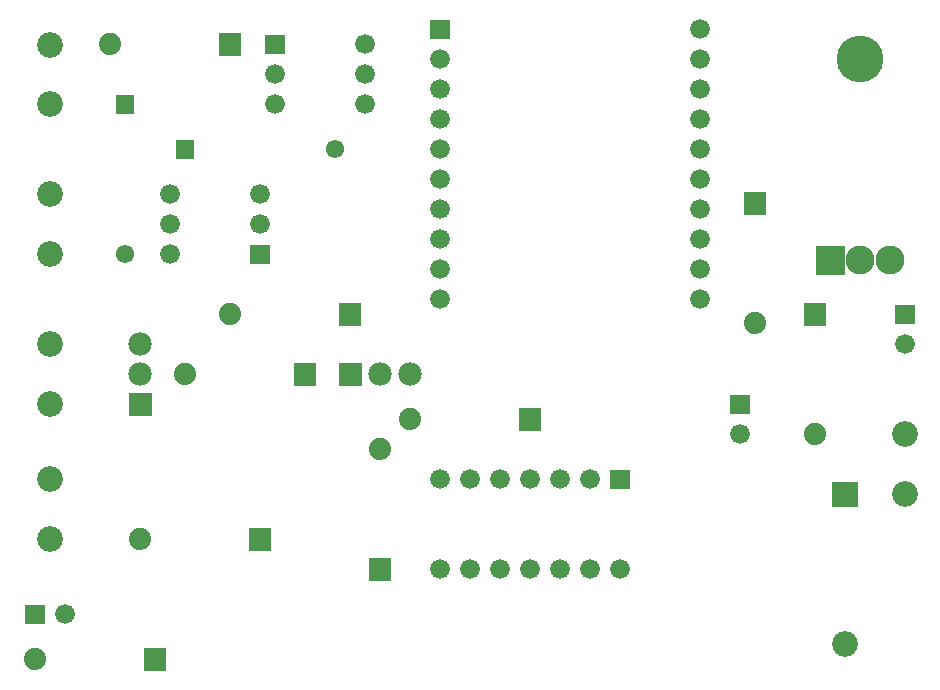
<source format=gbr>
G04 start of page 5 for group -4063 idx -4063 *
G04 Title: (unknown), componentmask *
G04 Creator: pcb 20091103 *
G04 CreationDate: Tue 03 Apr 2012 04:10:51 AM GMT UTC *
G04 For: ed *
G04 Format: Gerber/RS-274X *
G04 PCB-Dimensions: 600000 500000 *
G04 PCB-Coordinate-Origin: lower left *
%MOIN*%
%FSLAX25Y25*%
%LNFRONTMASK*%
%ADD11C,0.0200*%
%ADD29C,0.0660*%
%ADD30C,0.0960*%
%ADD31C,0.1560*%
%ADD32C,0.0860*%
%ADD33C,0.0740*%
%ADD34C,0.0780*%
%ADD35C,0.0610*%
G54D29*X251600Y474685D03*
Y464685D03*
Y454685D03*
Y444685D03*
G54D31*X305000Y464685D03*
G54D29*X251600Y434685D03*
Y424685D03*
Y414685D03*
G54D11*G36*
X266300Y420385D02*Y412985D01*
X273700D01*
Y420385D01*
X266300D01*
G37*
G54D29*X251600Y404685D03*
Y394685D03*
Y384685D03*
G54D11*G36*
X261700Y352985D02*Y346385D01*
X268300D01*
Y352985D01*
X261700D01*
G37*
G54D29*X265000Y339685D03*
G54D33*X270000Y376685D03*
G54D32*X300000Y269685D03*
G54D11*G36*
X290200Y402485D02*Y392885D01*
X299800D01*
Y402485D01*
X290200D01*
G37*
G54D30*X305000Y397685D03*
X315000D03*
G54D11*G36*
X316700Y382985D02*Y376385D01*
X323300D01*
Y382985D01*
X316700D01*
G37*
G54D29*X320000Y369685D03*
G54D11*G36*
X286300Y383385D02*Y375985D01*
X293700D01*
Y383385D01*
X286300D01*
G37*
G54D32*X320000Y339685D03*
Y320000D03*
G54D11*G36*
X295700Y323985D02*Y315385D01*
X304300D01*
Y323985D01*
X295700D01*
G37*
G54D33*X290000Y339685D03*
G54D11*G36*
X141300Y298385D02*Y290985D01*
X148700D01*
Y298385D01*
X141300D01*
G37*
G54D33*X145000Y334685D03*
G54D11*G36*
X101300Y308385D02*Y300985D01*
X108700D01*
Y308385D01*
X101300D01*
G37*
G36*
X221700Y327985D02*Y321385D01*
X228300D01*
Y327985D01*
X221700D01*
G37*
G54D29*X215000Y324685D03*
X205000D03*
X195000D03*
Y294685D03*
X205000D03*
X215000D03*
X225000D03*
X185000Y324685D03*
Y294685D03*
G54D11*G36*
X191300Y348385D02*Y340985D01*
X198700D01*
Y348385D01*
X191300D01*
G37*
G54D29*X175000Y324685D03*
Y294685D03*
X165000Y324685D03*
Y294685D03*
G54D33*X155000Y344685D03*
G54D11*G36*
X131300Y383385D02*Y375985D01*
X138700D01*
Y383385D01*
X131300D01*
G37*
G54D33*X95000Y379685D03*
G54D11*G36*
X101700Y402985D02*Y396385D01*
X108300D01*
Y402985D01*
X101700D01*
G37*
G36*
X106700Y472985D02*Y466385D01*
X113300D01*
Y472985D01*
X106700D01*
G37*
G54D29*X110000Y459685D03*
Y449685D03*
G54D35*X130000Y434685D03*
G54D29*X105000Y409685D03*
Y419685D03*
X140000Y449685D03*
G54D11*G36*
X131100Y363585D02*Y355785D01*
X138900D01*
Y363585D01*
X131100D01*
G37*
G54D34*X145000Y359685D03*
G54D11*G36*
X116300Y363385D02*Y355985D01*
X123700D01*
Y363385D01*
X116300D01*
G37*
G54D29*X140000Y459685D03*
Y469685D03*
G54D11*G36*
X161700Y477985D02*Y471385D01*
X168300D01*
Y477985D01*
X161700D01*
G37*
G54D29*X165000Y464685D03*
Y454685D03*
Y444685D03*
Y434685D03*
Y424685D03*
Y414685D03*
Y404685D03*
Y394685D03*
Y384685D03*
G54D34*X155000Y359685D03*
G54D32*X35000Y305000D03*
Y324685D03*
G54D33*X30000Y264685D03*
G54D11*G36*
X26700Y282985D02*Y276385D01*
X33300D01*
Y282985D01*
X26700D01*
G37*
G54D29*X40000Y279685D03*
G54D11*G36*
X66300Y268385D02*Y260985D01*
X73700D01*
Y268385D01*
X66300D01*
G37*
G54D33*X65000Y304685D03*
G54D11*G36*
X61100Y353585D02*Y345785D01*
X68900D01*
Y353585D01*
X61100D01*
G37*
G54D34*X65000Y359685D03*
G54D33*X80000D03*
G54D34*X65000Y369685D03*
G54D32*X35000Y350000D03*
Y369685D03*
G54D11*G36*
X76950Y437735D02*Y431635D01*
X83050D01*
Y437735D01*
X76950D01*
G37*
G54D29*X75000Y419685D03*
Y409685D03*
Y399685D03*
G54D11*G36*
X91300Y473385D02*Y465985D01*
X98700D01*
Y473385D01*
X91300D01*
G37*
G54D33*X55000Y469685D03*
G54D11*G36*
X56950Y452735D02*Y446635D01*
X63050D01*
Y452735D01*
X56950D01*
G37*
G54D32*X35000Y400000D03*
Y419685D03*
G54D35*X60000Y399685D03*
G54D32*X35000Y449685D03*
Y469370D03*
M02*

</source>
